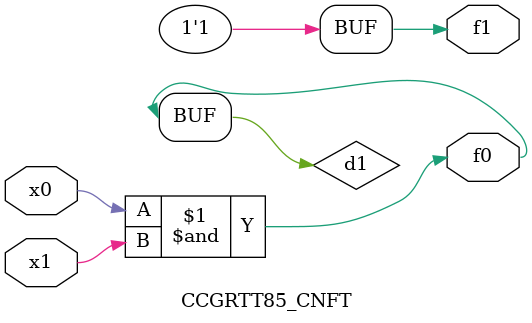
<source format=v>
module CCGRTT85_CNFT(
	input x0, x1,
	output f0, f1
);

	wire d1;

	assign f0 = d1;
	and (d1, x0, x1);
	assign f1 = 1'b1;
endmodule

</source>
